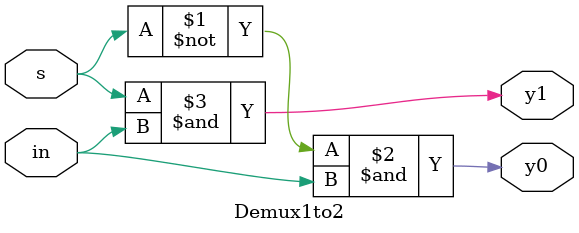
<source format=v>
module Demux1to2(
	input  in,    
	input  s,     
	output y0,    
	output y1     
);

	assign y0 = (~s) & in;

	assign y1 = s & in;
endmodule



</source>
